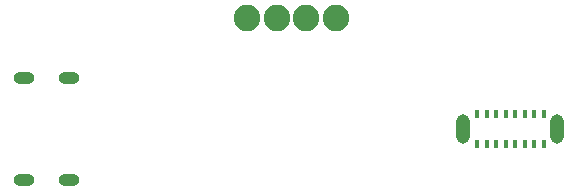
<source format=gbs>
%TF.GenerationSoftware,KiCad,Pcbnew,9.0.1*%
%TF.CreationDate,2025-10-31T22:00:19-04:00*%
%TF.ProjectId,flex_usb_board,666c6578-5f75-4736-925f-626f6172642e,rev?*%
%TF.SameCoordinates,Original*%
%TF.FileFunction,Soldermask,Bot*%
%TF.FilePolarity,Negative*%
%FSLAX46Y46*%
G04 Gerber Fmt 4.6, Leading zero omitted, Abs format (unit mm)*
G04 Created by KiCad (PCBNEW 9.0.1) date 2025-10-31 22:00:19*
%MOMM*%
%LPD*%
G01*
G04 APERTURE LIST*
%ADD10O,1.800000X1.000000*%
%ADD11C,2.250000*%
%ADD12R,0.400000X0.790000*%
%ADD13O,1.200000X2.500000*%
G04 APERTURE END LIST*
D10*
%TO.C,USBF1*%
X104400000Y-96880000D03*
X100600000Y-96880000D03*
X104400000Y-105520000D03*
X100600000Y-105520000D03*
%TD*%
D11*
%TO.C,REF\u002A\u002A*%
X119450000Y-91800000D03*
X121950000Y-91800000D03*
X124450000Y-91800000D03*
X126950000Y-91800000D03*
%TD*%
D12*
%TO.C,USBM1*%
X144550000Y-102470000D03*
X143750000Y-102470000D03*
X142950000Y-102470000D03*
X142150000Y-102470000D03*
X141350000Y-102470000D03*
X140550000Y-102470000D03*
X139750000Y-102470000D03*
X138950000Y-102470000D03*
X138950000Y-99930000D03*
X139750000Y-99930000D03*
X140550000Y-99930000D03*
X141350000Y-99930000D03*
X142150000Y-99930000D03*
X142950000Y-99930000D03*
X143750000Y-99930000D03*
X144550000Y-99930000D03*
D13*
X145730000Y-101200000D03*
X137770000Y-101200000D03*
%TD*%
M02*

</source>
